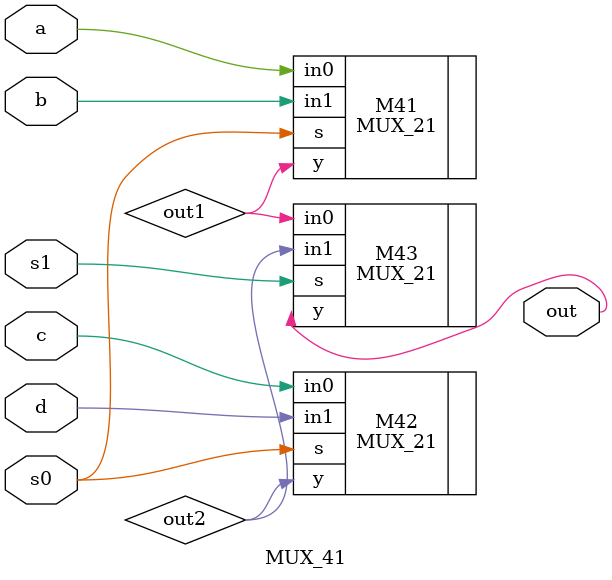
<source format=v>
`timescale 1ns / 1ps


module MUX_41(a,b,c,d,s0,s1,out);
    input a,b,c,d,s0,s1;
    output out;
    wire out1, out2;

    MUX_21 M41(.in0(a), .in1(b), .s(s0), .y(out1));
    MUX_21 M42(.in0(c), .in1(d), .s(s0), .y(out2));
    MUX_21 M43(.in0(out1), .in1(out2), .s(s1), .y(out));

endmodule

</source>
